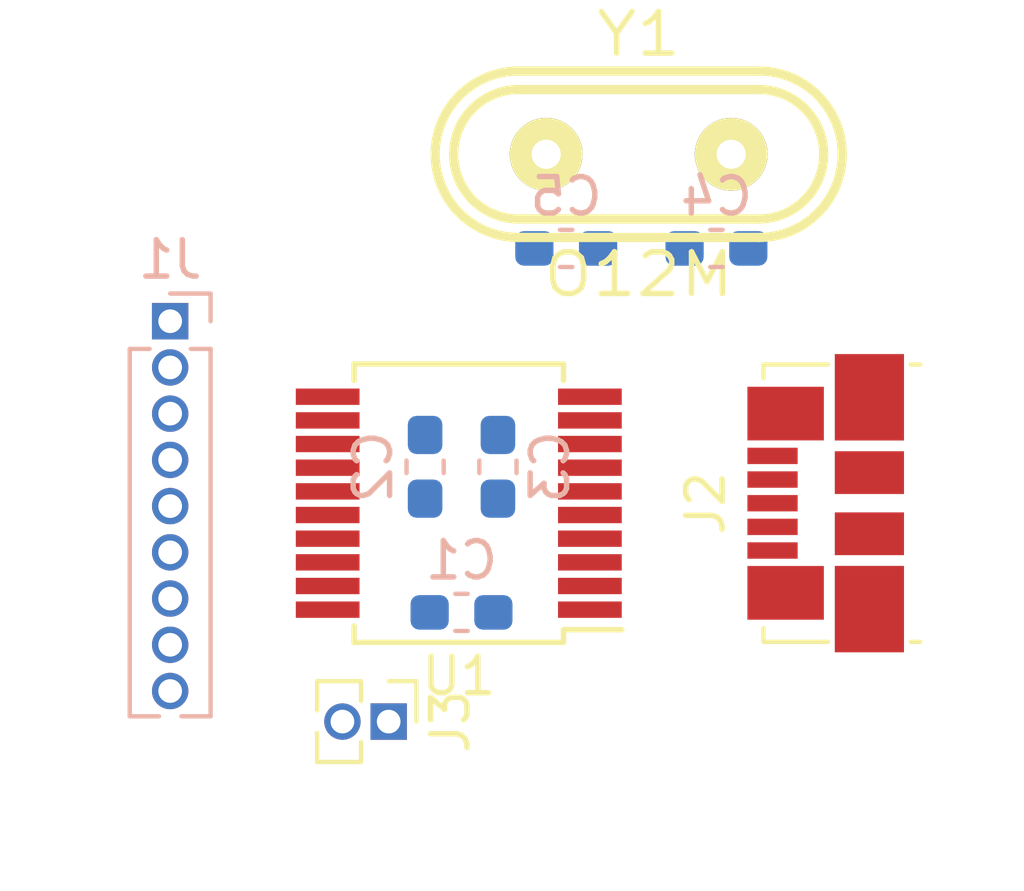
<source format=kicad_pcb>
(kicad_pcb (version 20171130) (host pcbnew 5.0.2-bee76a0~70~ubuntu18.04.1)

  (general
    (thickness 1.6)
    (drawings 0)
    (tracks 0)
    (zones 0)
    (modules 10)
    (nets 23)
  )

  (page A4)
  (layers
    (0 F.Cu signal)
    (31 B.Cu signal)
    (32 B.Adhes user)
    (33 F.Adhes user)
    (34 B.Paste user)
    (35 F.Paste user)
    (36 B.SilkS user)
    (37 F.SilkS user)
    (38 B.Mask user)
    (39 F.Mask user)
    (40 Dwgs.User user)
    (41 Cmts.User user)
    (42 Eco1.User user)
    (43 Eco2.User user)
    (44 Edge.Cuts user)
    (45 Margin user)
    (46 B.CrtYd user)
    (47 F.CrtYd user)
    (48 B.Fab user)
    (49 F.Fab user)
  )

  (setup
    (last_trace_width 0.25)
    (trace_clearance 0.2)
    (zone_clearance 0.508)
    (zone_45_only no)
    (trace_min 0.2)
    (segment_width 0.2)
    (edge_width 0.15)
    (via_size 0.8)
    (via_drill 0.4)
    (via_min_size 0.4)
    (via_min_drill 0.3)
    (uvia_size 0.3)
    (uvia_drill 0.1)
    (uvias_allowed no)
    (uvia_min_size 0.2)
    (uvia_min_drill 0.1)
    (pcb_text_width 0.3)
    (pcb_text_size 1.5 1.5)
    (mod_edge_width 0.15)
    (mod_text_size 1 1)
    (mod_text_width 0.15)
    (pad_size 1.524 1.524)
    (pad_drill 0.762)
    (pad_to_mask_clearance 0.051)
    (solder_mask_min_width 0.25)
    (aux_axis_origin 0 0)
    (visible_elements FFFFFF7F)
    (pcbplotparams
      (layerselection 0x010fc_ffffffff)
      (usegerberextensions false)
      (usegerberattributes false)
      (usegerberadvancedattributes false)
      (creategerberjobfile false)
      (excludeedgelayer true)
      (linewidth 0.100000)
      (plotframeref false)
      (viasonmask false)
      (mode 1)
      (useauxorigin false)
      (hpglpennumber 1)
      (hpglpenspeed 20)
      (hpglpendiameter 15.000000)
      (psnegative false)
      (psa4output false)
      (plotreference true)
      (plotvalue true)
      (plotinvisibletext false)
      (padsonsilk false)
      (subtractmaskfromsilk false)
      (outputformat 1)
      (mirror false)
      (drillshape 1)
      (scaleselection 1)
      (outputdirectory ""))
  )

  (net 0 "")
  (net 1 "Net-(C5-Pad1)")
  (net 2 "Net-(C4-Pad2)")
  (net 3 "Net-(U1-Pad1)")
  (net 4 "Net-(U1-Pad2)")
  (net 5 "Net-(J1-Pad2)")
  (net 6 "Net-(J1-Pad3)")
  (net 7 "Net-(C3-Pad1)")
  (net 8 /USB_DP)
  (net 9 /USB_DM)
  (net 10 GND)
  (net 11 "Net-(J1-Pad4)")
  (net 12 "Net-(J1-Pad5)")
  (net 13 "Net-(J1-Pad6)")
  (net 14 "Net-(J1-Pad7)")
  (net 15 "Net-(J1-Pad8)")
  (net 16 "Net-(J1-Pad9)")
  (net 17 "Net-(U1-Pad17)")
  (net 18 "Net-(U1-Pad18)")
  (net 19 VCC)
  (net 20 "Net-(U1-Pad20)")
  (net 21 +5V)
  (net 22 "Net-(J2-Pad4)")

  (net_class Default "This is the default net class."
    (clearance 0.2)
    (trace_width 0.25)
    (via_dia 0.8)
    (via_drill 0.4)
    (uvia_dia 0.3)
    (uvia_drill 0.1)
    (add_net +5V)
    (add_net /USB_DM)
    (add_net /USB_DP)
    (add_net GND)
    (add_net "Net-(C3-Pad1)")
    (add_net "Net-(C4-Pad2)")
    (add_net "Net-(C5-Pad1)")
    (add_net "Net-(J1-Pad2)")
    (add_net "Net-(J1-Pad3)")
    (add_net "Net-(J1-Pad4)")
    (add_net "Net-(J1-Pad5)")
    (add_net "Net-(J1-Pad6)")
    (add_net "Net-(J1-Pad7)")
    (add_net "Net-(J1-Pad8)")
    (add_net "Net-(J1-Pad9)")
    (add_net "Net-(J2-Pad4)")
    (add_net "Net-(U1-Pad1)")
    (add_net "Net-(U1-Pad17)")
    (add_net "Net-(U1-Pad18)")
    (add_net "Net-(U1-Pad2)")
    (add_net "Net-(U1-Pad20)")
    (add_net VCC)
  )

  (module Capacitor_SMD:C_0603_1608Metric_Pad1.05x0.95mm_HandSolder (layer B.Cu) (tedit 5B301BBE) (tstamp 5C2A5596)
    (at 30.874999 33 180)
    (descr "Capacitor SMD 0603 (1608 Metric), square (rectangular) end terminal, IPC_7351 nominal with elongated pad for handsoldering. (Body size source: http://www.tortai-tech.com/upload/download/2011102023233369053.pdf), generated with kicad-footprint-generator")
    (tags "capacitor handsolder")
    (path /5C1676D8)
    (attr smd)
    (fp_text reference C5 (at 0 1.43 180) (layer B.SilkS)
      (effects (font (size 1 1) (thickness 0.15)) (justify mirror))
    )
    (fp_text value C22pf,0603 (at 0 -1.43 180) (layer B.Fab)
      (effects (font (size 1 1) (thickness 0.15)) (justify mirror))
    )
    (fp_line (start -0.8 -0.4) (end -0.8 0.4) (layer B.Fab) (width 0.1))
    (fp_line (start -0.8 0.4) (end 0.8 0.4) (layer B.Fab) (width 0.1))
    (fp_line (start 0.8 0.4) (end 0.8 -0.4) (layer B.Fab) (width 0.1))
    (fp_line (start 0.8 -0.4) (end -0.8 -0.4) (layer B.Fab) (width 0.1))
    (fp_line (start -0.171267 0.51) (end 0.171267 0.51) (layer B.SilkS) (width 0.12))
    (fp_line (start -0.171267 -0.51) (end 0.171267 -0.51) (layer B.SilkS) (width 0.12))
    (fp_line (start -1.65 -0.73) (end -1.65 0.73) (layer B.CrtYd) (width 0.05))
    (fp_line (start -1.65 0.73) (end 1.65 0.73) (layer B.CrtYd) (width 0.05))
    (fp_line (start 1.65 0.73) (end 1.65 -0.73) (layer B.CrtYd) (width 0.05))
    (fp_line (start 1.65 -0.73) (end -1.65 -0.73) (layer B.CrtYd) (width 0.05))
    (fp_text user %R (at 0 0 180) (layer B.Fab)
      (effects (font (size 0.4 0.4) (thickness 0.06)) (justify mirror))
    )
    (pad 1 smd roundrect (at -0.875 0 180) (size 1.05 0.95) (layers B.Cu B.Paste B.Mask) (roundrect_rratio 0.25)
      (net 1 "Net-(C5-Pad1)"))
    (pad 2 smd roundrect (at 0.875 0 180) (size 1.05 0.95) (layers B.Cu B.Paste B.Mask) (roundrect_rratio 0.25)
      (net 10 GND))
    (model ${KISYS3DMOD}/Capacitor_SMD.3dshapes/C_0603_1608Metric.wrl
      (at (xyz 0 0 0))
      (scale (xyz 1 1 1))
      (rotate (xyz 0 0 0))
    )
  )

  (module Capacitor_SMD:C_0603_1608Metric_Pad1.05x0.95mm_HandSolder (layer B.Cu) (tedit 5B301BBE) (tstamp 5C2A5585)
    (at 35 33 180)
    (descr "Capacitor SMD 0603 (1608 Metric), square (rectangular) end terminal, IPC_7351 nominal with elongated pad for handsoldering. (Body size source: http://www.tortai-tech.com/upload/download/2011102023233369053.pdf), generated with kicad-footprint-generator")
    (tags "capacitor handsolder")
    (path /5C1676A0)
    (attr smd)
    (fp_text reference C4 (at 0 1.43 180) (layer B.SilkS)
      (effects (font (size 1 1) (thickness 0.15)) (justify mirror))
    )
    (fp_text value C22pf,0603 (at 0 -1.43 180) (layer B.Fab)
      (effects (font (size 1 1) (thickness 0.15)) (justify mirror))
    )
    (fp_text user %R (at 0 0 180) (layer B.Fab)
      (effects (font (size 0.4 0.4) (thickness 0.06)) (justify mirror))
    )
    (fp_line (start 1.65 -0.73) (end -1.65 -0.73) (layer B.CrtYd) (width 0.05))
    (fp_line (start 1.65 0.73) (end 1.65 -0.73) (layer B.CrtYd) (width 0.05))
    (fp_line (start -1.65 0.73) (end 1.65 0.73) (layer B.CrtYd) (width 0.05))
    (fp_line (start -1.65 -0.73) (end -1.65 0.73) (layer B.CrtYd) (width 0.05))
    (fp_line (start -0.171267 -0.51) (end 0.171267 -0.51) (layer B.SilkS) (width 0.12))
    (fp_line (start -0.171267 0.51) (end 0.171267 0.51) (layer B.SilkS) (width 0.12))
    (fp_line (start 0.8 -0.4) (end -0.8 -0.4) (layer B.Fab) (width 0.1))
    (fp_line (start 0.8 0.4) (end 0.8 -0.4) (layer B.Fab) (width 0.1))
    (fp_line (start -0.8 0.4) (end 0.8 0.4) (layer B.Fab) (width 0.1))
    (fp_line (start -0.8 -0.4) (end -0.8 0.4) (layer B.Fab) (width 0.1))
    (pad 2 smd roundrect (at 0.875 0 180) (size 1.05 0.95) (layers B.Cu B.Paste B.Mask) (roundrect_rratio 0.25)
      (net 2 "Net-(C4-Pad2)"))
    (pad 1 smd roundrect (at -0.875 0 180) (size 1.05 0.95) (layers B.Cu B.Paste B.Mask) (roundrect_rratio 0.25)
      (net 10 GND))
    (model ${KISYS3DMOD}/Capacitor_SMD.3dshapes/C_0603_1608Metric.wrl
      (at (xyz 0 0 0))
      (scale (xyz 1 1 1))
      (rotate (xyz 0 0 0))
    )
  )

  (module Capacitor_SMD:C_0603_1608Metric_Pad1.05x0.95mm_HandSolder (layer B.Cu) (tedit 5B301BBE) (tstamp 5C2A5574)
    (at 29 39 90)
    (descr "Capacitor SMD 0603 (1608 Metric), square (rectangular) end terminal, IPC_7351 nominal with elongated pad for handsoldering. (Body size source: http://www.tortai-tech.com/upload/download/2011102023233369053.pdf), generated with kicad-footprint-generator")
    (tags "capacitor handsolder")
    (path /5C1660CD)
    (attr smd)
    (fp_text reference C3 (at 0 1.43 90) (layer B.SilkS)
      (effects (font (size 1 1) (thickness 0.15)) (justify mirror))
    )
    (fp_text value C102,0603 (at 0 -1.43 90) (layer B.Fab)
      (effects (font (size 1 1) (thickness 0.15)) (justify mirror))
    )
    (fp_line (start -0.8 -0.4) (end -0.8 0.4) (layer B.Fab) (width 0.1))
    (fp_line (start -0.8 0.4) (end 0.8 0.4) (layer B.Fab) (width 0.1))
    (fp_line (start 0.8 0.4) (end 0.8 -0.4) (layer B.Fab) (width 0.1))
    (fp_line (start 0.8 -0.4) (end -0.8 -0.4) (layer B.Fab) (width 0.1))
    (fp_line (start -0.171267 0.51) (end 0.171267 0.51) (layer B.SilkS) (width 0.12))
    (fp_line (start -0.171267 -0.51) (end 0.171267 -0.51) (layer B.SilkS) (width 0.12))
    (fp_line (start -1.65 -0.73) (end -1.65 0.73) (layer B.CrtYd) (width 0.05))
    (fp_line (start -1.65 0.73) (end 1.65 0.73) (layer B.CrtYd) (width 0.05))
    (fp_line (start 1.65 0.73) (end 1.65 -0.73) (layer B.CrtYd) (width 0.05))
    (fp_line (start 1.65 -0.73) (end -1.65 -0.73) (layer B.CrtYd) (width 0.05))
    (fp_text user %R (at 0 0 90) (layer B.Fab)
      (effects (font (size 0.4 0.4) (thickness 0.06)) (justify mirror))
    )
    (pad 1 smd roundrect (at -0.875 0 90) (size 1.05 0.95) (layers B.Cu B.Paste B.Mask) (roundrect_rratio 0.25)
      (net 7 "Net-(C3-Pad1)"))
    (pad 2 smd roundrect (at 0.875 0 90) (size 1.05 0.95) (layers B.Cu B.Paste B.Mask) (roundrect_rratio 0.25)
      (net 10 GND))
    (model ${KISYS3DMOD}/Capacitor_SMD.3dshapes/C_0603_1608Metric.wrl
      (at (xyz 0 0 0))
      (scale (xyz 1 1 1))
      (rotate (xyz 0 0 0))
    )
  )

  (module Capacitor_SMD:C_0603_1608Metric_Pad1.05x0.95mm_HandSolder (layer B.Cu) (tedit 5B301BBE) (tstamp 5C2A5563)
    (at 27 39 270)
    (descr "Capacitor SMD 0603 (1608 Metric), square (rectangular) end terminal, IPC_7351 nominal with elongated pad for handsoldering. (Body size source: http://www.tortai-tech.com/upload/download/2011102023233369053.pdf), generated with kicad-footprint-generator")
    (tags "capacitor handsolder")
    (path /5C16E8B4)
    (attr smd)
    (fp_text reference C2 (at 0 1.43 270) (layer B.SilkS)
      (effects (font (size 1 1) (thickness 0.15)) (justify mirror))
    )
    (fp_text value C104,0603 (at 0 -1.43 270) (layer B.Fab)
      (effects (font (size 1 1) (thickness 0.15)) (justify mirror))
    )
    (fp_text user %R (at 0 0 270) (layer B.Fab)
      (effects (font (size 0.4 0.4) (thickness 0.06)) (justify mirror))
    )
    (fp_line (start 1.65 -0.73) (end -1.65 -0.73) (layer B.CrtYd) (width 0.05))
    (fp_line (start 1.65 0.73) (end 1.65 -0.73) (layer B.CrtYd) (width 0.05))
    (fp_line (start -1.65 0.73) (end 1.65 0.73) (layer B.CrtYd) (width 0.05))
    (fp_line (start -1.65 -0.73) (end -1.65 0.73) (layer B.CrtYd) (width 0.05))
    (fp_line (start -0.171267 -0.51) (end 0.171267 -0.51) (layer B.SilkS) (width 0.12))
    (fp_line (start -0.171267 0.51) (end 0.171267 0.51) (layer B.SilkS) (width 0.12))
    (fp_line (start 0.8 -0.4) (end -0.8 -0.4) (layer B.Fab) (width 0.1))
    (fp_line (start 0.8 0.4) (end 0.8 -0.4) (layer B.Fab) (width 0.1))
    (fp_line (start -0.8 0.4) (end 0.8 0.4) (layer B.Fab) (width 0.1))
    (fp_line (start -0.8 -0.4) (end -0.8 0.4) (layer B.Fab) (width 0.1))
    (pad 2 smd roundrect (at 0.875 0 270) (size 1.05 0.95) (layers B.Cu B.Paste B.Mask) (roundrect_rratio 0.25)
      (net 10 GND))
    (pad 1 smd roundrect (at -0.875 0 270) (size 1.05 0.95) (layers B.Cu B.Paste B.Mask) (roundrect_rratio 0.25)
      (net 19 VCC))
    (model ${KISYS3DMOD}/Capacitor_SMD.3dshapes/C_0603_1608Metric.wrl
      (at (xyz 0 0 0))
      (scale (xyz 1 1 1))
      (rotate (xyz 0 0 0))
    )
  )

  (module Capacitor_SMD:C_0603_1608Metric_Pad1.05x0.95mm_HandSolder (layer B.Cu) (tedit 5B301BBE) (tstamp 5C2A5552)
    (at 28 43 180)
    (descr "Capacitor SMD 0603 (1608 Metric), square (rectangular) end terminal, IPC_7351 nominal with elongated pad for handsoldering. (Body size source: http://www.tortai-tech.com/upload/download/2011102023233369053.pdf), generated with kicad-footprint-generator")
    (tags "capacitor handsolder")
    (path /5C16A7DA)
    (attr smd)
    (fp_text reference C1 (at 0 1.43 180) (layer B.SilkS)
      (effects (font (size 1 1) (thickness 0.15)) (justify mirror))
    )
    (fp_text value C226,6.3v,0603 (at 0 -1.43 180) (layer B.Fab)
      (effects (font (size 1 1) (thickness 0.15)) (justify mirror))
    )
    (fp_line (start -0.8 -0.4) (end -0.8 0.4) (layer B.Fab) (width 0.1))
    (fp_line (start -0.8 0.4) (end 0.8 0.4) (layer B.Fab) (width 0.1))
    (fp_line (start 0.8 0.4) (end 0.8 -0.4) (layer B.Fab) (width 0.1))
    (fp_line (start 0.8 -0.4) (end -0.8 -0.4) (layer B.Fab) (width 0.1))
    (fp_line (start -0.171267 0.51) (end 0.171267 0.51) (layer B.SilkS) (width 0.12))
    (fp_line (start -0.171267 -0.51) (end 0.171267 -0.51) (layer B.SilkS) (width 0.12))
    (fp_line (start -1.65 -0.73) (end -1.65 0.73) (layer B.CrtYd) (width 0.05))
    (fp_line (start -1.65 0.73) (end 1.65 0.73) (layer B.CrtYd) (width 0.05))
    (fp_line (start 1.65 0.73) (end 1.65 -0.73) (layer B.CrtYd) (width 0.05))
    (fp_line (start 1.65 -0.73) (end -1.65 -0.73) (layer B.CrtYd) (width 0.05))
    (fp_text user %R (at 0 0 180) (layer B.Fab)
      (effects (font (size 0.4 0.4) (thickness 0.06)) (justify mirror))
    )
    (pad 1 smd roundrect (at -0.875 0 180) (size 1.05 0.95) (layers B.Cu B.Paste B.Mask) (roundrect_rratio 0.25)
      (net 10 GND))
    (pad 2 smd roundrect (at 0.875 0 180) (size 1.05 0.95) (layers B.Cu B.Paste B.Mask) (roundrect_rratio 0.25)
      (net 19 VCC))
    (model ${KISYS3DMOD}/Capacitor_SMD.3dshapes/C_0603_1608Metric.wrl
      (at (xyz 0 0 0))
      (scale (xyz 1 1 1))
      (rotate (xyz 0 0 0))
    )
  )

  (module Connector_PinHeader_1.27mm:PinHeader_1x02_P1.27mm_Vertical (layer F.Cu) (tedit 59FED6E3) (tstamp 5C2A5541)
    (at 26 46 270)
    (descr "Through hole straight pin header, 1x02, 1.27mm pitch, single row")
    (tags "Through hole pin header THT 1x02 1.27mm single row")
    (path /5C16F534)
    (fp_text reference J3 (at 0 -1.695 270) (layer F.SilkS)
      (effects (font (size 1 1) (thickness 0.15)))
    )
    (fp_text value Conn_01x02 (at 0 2.965 270) (layer F.Fab)
      (effects (font (size 1 1) (thickness 0.15)))
    )
    (fp_line (start -0.525 -0.635) (end 1.05 -0.635) (layer F.Fab) (width 0.1))
    (fp_line (start 1.05 -0.635) (end 1.05 1.905) (layer F.Fab) (width 0.1))
    (fp_line (start 1.05 1.905) (end -1.05 1.905) (layer F.Fab) (width 0.1))
    (fp_line (start -1.05 1.905) (end -1.05 -0.11) (layer F.Fab) (width 0.1))
    (fp_line (start -1.05 -0.11) (end -0.525 -0.635) (layer F.Fab) (width 0.1))
    (fp_line (start -1.11 1.965) (end -0.30753 1.965) (layer F.SilkS) (width 0.12))
    (fp_line (start 0.30753 1.965) (end 1.11 1.965) (layer F.SilkS) (width 0.12))
    (fp_line (start -1.11 0.76) (end -1.11 1.965) (layer F.SilkS) (width 0.12))
    (fp_line (start 1.11 0.76) (end 1.11 1.965) (layer F.SilkS) (width 0.12))
    (fp_line (start -1.11 0.76) (end -0.563471 0.76) (layer F.SilkS) (width 0.12))
    (fp_line (start 0.563471 0.76) (end 1.11 0.76) (layer F.SilkS) (width 0.12))
    (fp_line (start -1.11 0) (end -1.11 -0.76) (layer F.SilkS) (width 0.12))
    (fp_line (start -1.11 -0.76) (end 0 -0.76) (layer F.SilkS) (width 0.12))
    (fp_line (start -1.55 -1.15) (end -1.55 2.45) (layer F.CrtYd) (width 0.05))
    (fp_line (start -1.55 2.45) (end 1.55 2.45) (layer F.CrtYd) (width 0.05))
    (fp_line (start 1.55 2.45) (end 1.55 -1.15) (layer F.CrtYd) (width 0.05))
    (fp_line (start 1.55 -1.15) (end -1.55 -1.15) (layer F.CrtYd) (width 0.05))
    (fp_text user %R (at 0 0.635) (layer F.Fab)
      (effects (font (size 1 1) (thickness 0.15)))
    )
    (pad 1 thru_hole rect (at 0 0 270) (size 1 1) (drill 0.65) (layers *.Cu *.Mask)
      (net 21 +5V))
    (pad 2 thru_hole oval (at 0 1.27 270) (size 1 1) (drill 0.65) (layers *.Cu *.Mask)
      (net 19 VCC))
    (model ${KISYS3DMOD}/Connector_PinHeader_1.27mm.3dshapes/PinHeader_1x02_P1.27mm_Vertical.wrl
      (at (xyz 0 0 0))
      (scale (xyz 1 1 1))
      (rotate (xyz 0 0 0))
    )
  )

  (module Connector_PinHeader_1.27mm:PinHeader_1x09_P1.27mm_Vertical (layer B.Cu) (tedit 59FED6E3) (tstamp 5C2A5529)
    (at 20 35 180)
    (descr "Through hole straight pin header, 1x09, 1.27mm pitch, single row")
    (tags "Through hole pin header THT 1x09 1.27mm single row")
    (path /5C16CEF0)
    (fp_text reference J1 (at 0 1.695 180) (layer B.SilkS)
      (effects (font (size 1 1) (thickness 0.15)) (justify mirror))
    )
    (fp_text value Conn_01x09 (at 0 -11.855 180) (layer B.Fab)
      (effects (font (size 1 1) (thickness 0.15)) (justify mirror))
    )
    (fp_line (start -0.525 0.635) (end 1.05 0.635) (layer B.Fab) (width 0.1))
    (fp_line (start 1.05 0.635) (end 1.05 -10.795) (layer B.Fab) (width 0.1))
    (fp_line (start 1.05 -10.795) (end -1.05 -10.795) (layer B.Fab) (width 0.1))
    (fp_line (start -1.05 -10.795) (end -1.05 0.11) (layer B.Fab) (width 0.1))
    (fp_line (start -1.05 0.11) (end -0.525 0.635) (layer B.Fab) (width 0.1))
    (fp_line (start -1.11 -10.855) (end -0.30753 -10.855) (layer B.SilkS) (width 0.12))
    (fp_line (start 0.30753 -10.855) (end 1.11 -10.855) (layer B.SilkS) (width 0.12))
    (fp_line (start -1.11 -0.76) (end -1.11 -10.855) (layer B.SilkS) (width 0.12))
    (fp_line (start 1.11 -0.76) (end 1.11 -10.855) (layer B.SilkS) (width 0.12))
    (fp_line (start -1.11 -0.76) (end -0.563471 -0.76) (layer B.SilkS) (width 0.12))
    (fp_line (start 0.563471 -0.76) (end 1.11 -0.76) (layer B.SilkS) (width 0.12))
    (fp_line (start -1.11 0) (end -1.11 0.76) (layer B.SilkS) (width 0.12))
    (fp_line (start -1.11 0.76) (end 0 0.76) (layer B.SilkS) (width 0.12))
    (fp_line (start -1.55 1.15) (end -1.55 -11.3) (layer B.CrtYd) (width 0.05))
    (fp_line (start -1.55 -11.3) (end 1.55 -11.3) (layer B.CrtYd) (width 0.05))
    (fp_line (start 1.55 -11.3) (end 1.55 1.15) (layer B.CrtYd) (width 0.05))
    (fp_line (start 1.55 1.15) (end -1.55 1.15) (layer B.CrtYd) (width 0.05))
    (fp_text user %R (at 0 -5.08 90) (layer B.Fab)
      (effects (font (size 1 1) (thickness 0.15)) (justify mirror))
    )
    (pad 1 thru_hole rect (at 0 0 180) (size 1 1) (drill 0.65) (layers *.Cu *.Mask)
      (net 10 GND))
    (pad 2 thru_hole oval (at 0 -1.27 180) (size 1 1) (drill 0.65) (layers *.Cu *.Mask)
      (net 5 "Net-(J1-Pad2)"))
    (pad 3 thru_hole oval (at 0 -2.54 180) (size 1 1) (drill 0.65) (layers *.Cu *.Mask)
      (net 6 "Net-(J1-Pad3)"))
    (pad 4 thru_hole oval (at 0 -3.81 180) (size 1 1) (drill 0.65) (layers *.Cu *.Mask)
      (net 11 "Net-(J1-Pad4)"))
    (pad 5 thru_hole oval (at 0 -5.08 180) (size 1 1) (drill 0.65) (layers *.Cu *.Mask)
      (net 12 "Net-(J1-Pad5)"))
    (pad 6 thru_hole oval (at 0 -6.35 180) (size 1 1) (drill 0.65) (layers *.Cu *.Mask)
      (net 13 "Net-(J1-Pad6)"))
    (pad 7 thru_hole oval (at 0 -7.62 180) (size 1 1) (drill 0.65) (layers *.Cu *.Mask)
      (net 14 "Net-(J1-Pad7)"))
    (pad 8 thru_hole oval (at 0 -8.89 180) (size 1 1) (drill 0.65) (layers *.Cu *.Mask)
      (net 15 "Net-(J1-Pad8)"))
    (pad 9 thru_hole oval (at 0 -10.16 180) (size 1 1) (drill 0.65) (layers *.Cu *.Mask)
      (net 16 "Net-(J1-Pad9)"))
    (model ${KISYS3DMOD}/Connector_PinHeader_1.27mm.3dshapes/PinHeader_1x09_P1.27mm_Vertical.wrl
      (at (xyz 0 0 0))
      (scale (xyz 1 1 1))
      (rotate (xyz 0 0 0))
    )
  )

  (module Connector_USB:USB_Micro-B_Molex_47346-0001 (layer F.Cu) (tedit 5A1DC0BD) (tstamp 5C2A550A)
    (at 38 40 90)
    (descr "Micro USB B receptable with flange, bottom-mount, SMD, right-angle (http://www.molex.com/pdm_docs/sd/473460001_sd.pdf)")
    (tags "Micro B USB SMD")
    (path /5C164EDE)
    (attr smd)
    (fp_text reference J2 (at 0 -3.3 270) (layer F.SilkS)
      (effects (font (size 1 1) (thickness 0.15)))
    )
    (fp_text value USB_B_Mini (at 0 4.6 270) (layer F.Fab)
      (effects (font (size 1 1) (thickness 0.15)))
    )
    (fp_text user "PCB Edge" (at 0 2.67 270) (layer Dwgs.User)
      (effects (font (size 0.4 0.4) (thickness 0.04)))
    )
    (fp_text user %R (at 0 1.2 90) (layer F.Fab)
      (effects (font (size 1 1) (thickness 0.15)))
    )
    (fp_line (start 3.81 -1.71) (end 3.43 -1.71) (layer F.SilkS) (width 0.12))
    (fp_line (start 4.6 3.9) (end -4.6 3.9) (layer F.CrtYd) (width 0.05))
    (fp_line (start 4.6 -2.7) (end 4.6 3.9) (layer F.CrtYd) (width 0.05))
    (fp_line (start -4.6 -2.7) (end 4.6 -2.7) (layer F.CrtYd) (width 0.05))
    (fp_line (start -4.6 3.9) (end -4.6 -2.7) (layer F.CrtYd) (width 0.05))
    (fp_line (start 3.75 3.35) (end -3.75 3.35) (layer F.Fab) (width 0.1))
    (fp_line (start 3.75 -1.65) (end 3.75 3.35) (layer F.Fab) (width 0.1))
    (fp_line (start -3.75 -1.65) (end 3.75 -1.65) (layer F.Fab) (width 0.1))
    (fp_line (start -3.75 3.35) (end -3.75 -1.65) (layer F.Fab) (width 0.1))
    (fp_line (start 3.81 2.34) (end 3.81 2.6) (layer F.SilkS) (width 0.12))
    (fp_line (start 3.81 -1.71) (end 3.81 0.06) (layer F.SilkS) (width 0.12))
    (fp_line (start -3.81 -1.71) (end -3.43 -1.71) (layer F.SilkS) (width 0.12))
    (fp_line (start -3.81 0.06) (end -3.81 -1.71) (layer F.SilkS) (width 0.12))
    (fp_line (start -3.81 2.6) (end -3.81 2.34) (layer F.SilkS) (width 0.12))
    (fp_line (start -3.25 2.65) (end 3.25 2.65) (layer F.Fab) (width 0.1))
    (pad 1 smd rect (at -1.3 -1.46 90) (size 0.45 1.38) (layers F.Cu F.Paste F.Mask)
      (net 21 +5V))
    (pad 2 smd rect (at -0.65 -1.46 90) (size 0.45 1.38) (layers F.Cu F.Paste F.Mask)
      (net 9 /USB_DM))
    (pad 3 smd rect (at 0 -1.46 90) (size 0.45 1.38) (layers F.Cu F.Paste F.Mask)
      (net 8 /USB_DP))
    (pad 4 smd rect (at 0.65 -1.46 90) (size 0.45 1.38) (layers F.Cu F.Paste F.Mask)
      (net 22 "Net-(J2-Pad4)"))
    (pad 5 smd rect (at 1.3 -1.46 90) (size 0.45 1.38) (layers F.Cu F.Paste F.Mask)
      (net 10 GND))
    (pad 6 smd rect (at -2.4625 -1.1 90) (size 1.475 2.1) (layers F.Cu F.Paste F.Mask)
      (net 10 GND))
    (pad 6 smd rect (at 2.4625 -1.1 90) (size 1.475 2.1) (layers F.Cu F.Paste F.Mask)
      (net 10 GND))
    (pad 6 smd rect (at -2.91 1.2 90) (size 2.375 1.9) (layers F.Cu F.Paste F.Mask)
      (net 10 GND))
    (pad 6 smd rect (at 2.91 1.2 90) (size 2.375 1.9) (layers F.Cu F.Paste F.Mask)
      (net 10 GND))
    (pad 6 smd rect (at -0.84 1.2 90) (size 1.175 1.9) (layers F.Cu F.Paste F.Mask)
      (net 10 GND))
    (pad 6 smd rect (at 0.84 1.2 90) (size 1.175 1.9) (layers F.Cu F.Paste F.Mask)
      (net 10 GND))
    (model ${KISYS3DMOD}/Connector_USB.3dshapes/USB_Micro-B_Molex_47346-0001.wrl
      (at (xyz 0 0 0))
      (scale (xyz 1 1 1))
      (rotate (xyz 0 0 0))
    )
  )

  (module Package_SO:SSOP-20_5.3x7.2mm_P0.65mm (layer F.Cu) (tedit 5A02F25C) (tstamp 5C2A590C)
    (at 27.925001 40 180)
    (descr "20-Lead Plastic Shrink Small Outline (SS)-5.30 mm Body [SSOP] (see Microchip Packaging Specification 00000049BS.pdf)")
    (tags "SSOP 0.65")
    (path /5C1620C7)
    (attr smd)
    (fp_text reference U1 (at 0 -4.75 180) (layer F.SilkS)
      (effects (font (size 1 1) (thickness 0.15)))
    )
    (fp_text value "CH340T(SSOP20W)" (at 0 4.75 180) (layer F.Fab)
      (effects (font (size 1 1) (thickness 0.15)))
    )
    (fp_line (start -1.65 -3.6) (end 2.65 -3.6) (layer F.Fab) (width 0.15))
    (fp_line (start 2.65 -3.6) (end 2.65 3.6) (layer F.Fab) (width 0.15))
    (fp_line (start 2.65 3.6) (end -2.65 3.6) (layer F.Fab) (width 0.15))
    (fp_line (start -2.65 3.6) (end -2.65 -2.6) (layer F.Fab) (width 0.15))
    (fp_line (start -2.65 -2.6) (end -1.65 -3.6) (layer F.Fab) (width 0.15))
    (fp_line (start -4.75 -4) (end -4.75 4) (layer F.CrtYd) (width 0.05))
    (fp_line (start 4.75 -4) (end 4.75 4) (layer F.CrtYd) (width 0.05))
    (fp_line (start -4.75 -4) (end 4.75 -4) (layer F.CrtYd) (width 0.05))
    (fp_line (start -4.75 4) (end 4.75 4) (layer F.CrtYd) (width 0.05))
    (fp_line (start -2.875 -3.825) (end -2.875 -3.475) (layer F.SilkS) (width 0.15))
    (fp_line (start 2.875 -3.825) (end 2.875 -3.375) (layer F.SilkS) (width 0.15))
    (fp_line (start 2.875 3.825) (end 2.875 3.375) (layer F.SilkS) (width 0.15))
    (fp_line (start -2.875 3.825) (end -2.875 3.375) (layer F.SilkS) (width 0.15))
    (fp_line (start -2.875 -3.825) (end 2.875 -3.825) (layer F.SilkS) (width 0.15))
    (fp_line (start -2.875 3.825) (end 2.875 3.825) (layer F.SilkS) (width 0.15))
    (fp_line (start -2.875 -3.475) (end -4.475 -3.475) (layer F.SilkS) (width 0.15))
    (fp_text user %R (at 0 0 180) (layer F.Fab)
      (effects (font (size 0.8 0.8) (thickness 0.15)))
    )
    (pad 1 smd rect (at -3.6 -2.925 180) (size 1.75 0.45) (layers F.Cu F.Paste F.Mask)
      (net 3 "Net-(U1-Pad1)"))
    (pad 2 smd rect (at -3.6 -2.275 180) (size 1.75 0.45) (layers F.Cu F.Paste F.Mask)
      (net 4 "Net-(U1-Pad2)"))
    (pad 3 smd rect (at -3.6 -1.625 180) (size 1.75 0.45) (layers F.Cu F.Paste F.Mask)
      (net 5 "Net-(J1-Pad2)"))
    (pad 4 smd rect (at -3.6 -0.975 180) (size 1.75 0.45) (layers F.Cu F.Paste F.Mask)
      (net 6 "Net-(J1-Pad3)"))
    (pad 5 smd rect (at -3.6 -0.325 180) (size 1.75 0.45) (layers F.Cu F.Paste F.Mask)
      (net 7 "Net-(C3-Pad1)"))
    (pad 6 smd rect (at -3.6 0.325 180) (size 1.75 0.45) (layers F.Cu F.Paste F.Mask)
      (net 8 /USB_DP))
    (pad 7 smd rect (at -3.6 0.975 180) (size 1.75 0.45) (layers F.Cu F.Paste F.Mask)
      (net 9 /USB_DM))
    (pad 8 smd rect (at -3.6 1.625 180) (size 1.75 0.45) (layers F.Cu F.Paste F.Mask)
      (net 10 GND))
    (pad 9 smd rect (at -3.6 2.275 180) (size 1.75 0.45) (layers F.Cu F.Paste F.Mask)
      (net 2 "Net-(C4-Pad2)"))
    (pad 10 smd rect (at -3.6 2.925 180) (size 1.75 0.45) (layers F.Cu F.Paste F.Mask)
      (net 1 "Net-(C5-Pad1)"))
    (pad 11 smd rect (at 3.6 2.925 180) (size 1.75 0.45) (layers F.Cu F.Paste F.Mask)
      (net 11 "Net-(J1-Pad4)"))
    (pad 12 smd rect (at 3.6 2.275 180) (size 1.75 0.45) (layers F.Cu F.Paste F.Mask)
      (net 12 "Net-(J1-Pad5)"))
    (pad 13 smd rect (at 3.6 1.625 180) (size 1.75 0.45) (layers F.Cu F.Paste F.Mask)
      (net 13 "Net-(J1-Pad6)"))
    (pad 14 smd rect (at 3.6 0.975 180) (size 1.75 0.45) (layers F.Cu F.Paste F.Mask)
      (net 14 "Net-(J1-Pad7)"))
    (pad 15 smd rect (at 3.6 0.325 180) (size 1.75 0.45) (layers F.Cu F.Paste F.Mask)
      (net 15 "Net-(J1-Pad8)"))
    (pad 16 smd rect (at 3.6 -0.325 180) (size 1.75 0.45) (layers F.Cu F.Paste F.Mask)
      (net 16 "Net-(J1-Pad9)"))
    (pad 17 smd rect (at 3.6 -0.975 180) (size 1.75 0.45) (layers F.Cu F.Paste F.Mask)
      (net 17 "Net-(U1-Pad17)"))
    (pad 18 smd rect (at 3.6 -1.625 180) (size 1.75 0.45) (layers F.Cu F.Paste F.Mask)
      (net 18 "Net-(U1-Pad18)"))
    (pad 19 smd rect (at 3.6 -2.275 180) (size 1.75 0.45) (layers F.Cu F.Paste F.Mask)
      (net 19 VCC))
    (pad 20 smd rect (at 3.6 -2.925 180) (size 1.75 0.45) (layers F.Cu F.Paste F.Mask)
      (net 20 "Net-(U1-Pad20)"))
    (model ${KISYS3DMOD}/Package_SO.3dshapes/SSOP-20_5.3x7.2mm_P0.65mm.wrl
      (at (xyz 0 0 0))
      (scale (xyz 1 1 1))
      (rotate (xyz 0 0 0))
    )
  )

  (module w_crystal:crystal_hc-49s (layer F.Cu) (tedit 0) (tstamp 5C2A54C1)
    (at 32.865001 30.413001)
    (descr "Crystal, HC-49S")
    (tags QUARTZ)
    (path /5C16776B)
    (autoplace_cost180 10)
    (fp_text reference Y1 (at 0 -3.302) (layer F.SilkS)
      (effects (font (size 1.143 1.27) (thickness 0.1524)))
    )
    (fp_text value O12M (at 0 3.302) (layer F.SilkS)
      (effects (font (size 1.143 1.27) (thickness 0.1524)))
    )
    (fp_arc (start 3.302 0) (end 3.302 -2.286) (angle 90) (layer F.SilkS) (width 0.254))
    (fp_line (start -3.302 1.778) (end 3.302 1.778) (layer F.SilkS) (width 0.254))
    (fp_line (start 3.302 -1.778) (end -3.302 -1.778) (layer F.SilkS) (width 0.254))
    (fp_arc (start 3.302 0) (end 5.08 0) (angle 90) (layer F.SilkS) (width 0.254))
    (fp_arc (start 3.302 0) (end 3.302 -1.778) (angle 90) (layer F.SilkS) (width 0.254))
    (fp_arc (start -3.302 0) (end -3.302 1.778) (angle 90) (layer F.SilkS) (width 0.254))
    (fp_arc (start -3.302 0) (end -5.08 0) (angle 90) (layer F.SilkS) (width 0.254))
    (fp_arc (start 3.302 0) (end 5.588 0) (angle 90) (layer F.SilkS) (width 0.254))
    (fp_line (start 3.302 2.286) (end -3.302 2.286) (layer F.SilkS) (width 0.254))
    (fp_line (start -3.302 -2.286) (end 3.302 -2.286) (layer F.SilkS) (width 0.254))
    (fp_arc (start -3.302 0) (end -3.302 2.286) (angle 90) (layer F.SilkS) (width 0.254))
    (fp_arc (start -3.302 0) (end -5.588 0) (angle 90) (layer F.SilkS) (width 0.254))
    (pad 1 thru_hole circle (at -2.54 0) (size 1.99898 1.99898) (drill 0.8001) (layers *.Cu *.Mask F.SilkS)
      (net 1 "Net-(C5-Pad1)"))
    (pad 2 thru_hole circle (at 2.54 0) (size 1.99898 1.99898) (drill 0.8001) (layers *.Cu *.Mask F.SilkS)
      (net 2 "Net-(C4-Pad2)"))
    (model ${HOME}/_workspace/kicad/kicad_library/smisioto-footprints/modules/packages3d/walter/crystal/crystal_hc-49s.wrl
      (at (xyz 0 0 0))
      (scale (xyz 1 1 1))
      (rotate (xyz 0 0 0))
    )
  )

)

</source>
